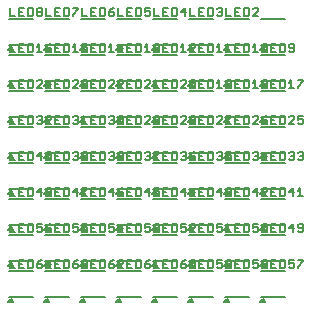
<source format=gbr>
G04 EAGLE Gerber RS-274X export*
G75*
%MOMM*%
%FSLAX34Y34*%
%LPD*%
%INSilkscreen Top*%
%IPPOS*%
%AMOC8*
5,1,8,0,0,1.08239X$1,22.5*%
G01*
%ADD10C,0.127000*%
%ADD11C,0.152400*%


D10*
X243680Y222680D02*
X223680Y222680D01*
X223680Y244680D02*
X243680Y244680D01*
X225680Y218680D02*
X222680Y218680D01*
X225680Y218680D02*
X226680Y218680D01*
X224680Y220680D01*
X222680Y218680D01*
X223680Y218680D01*
X224680Y219680D01*
X213200Y222680D02*
X193200Y222680D01*
X193200Y244680D02*
X213200Y244680D01*
X195200Y218680D02*
X192200Y218680D01*
X195200Y218680D02*
X196200Y218680D01*
X194200Y220680D01*
X192200Y218680D01*
X193200Y218680D01*
X194200Y219680D01*
D11*
X193962Y247442D02*
X193962Y254052D01*
X193962Y247442D02*
X198368Y247442D01*
X201446Y254052D02*
X205853Y254052D01*
X201446Y254052D02*
X201446Y247442D01*
X205853Y247442D01*
X203649Y250747D02*
X201446Y250747D01*
X208930Y254052D02*
X208930Y247442D01*
X212235Y247442D01*
X213337Y248544D01*
X213337Y252950D01*
X212235Y254052D01*
X208930Y254052D01*
X216414Y247442D02*
X220821Y247442D01*
X220821Y251848D02*
X216414Y247442D01*
X220821Y251848D02*
X220821Y252950D01*
X219719Y254052D01*
X217516Y254052D01*
X216414Y252950D01*
D10*
X182720Y222680D02*
X162720Y222680D01*
X162720Y244680D02*
X182720Y244680D01*
X164720Y218680D02*
X161720Y218680D01*
X164720Y218680D02*
X165720Y218680D01*
X163720Y220680D01*
X161720Y218680D01*
X162720Y218680D01*
X163720Y219680D01*
D11*
X163482Y247442D02*
X163482Y254052D01*
X163482Y247442D02*
X167888Y247442D01*
X170966Y254052D02*
X175373Y254052D01*
X170966Y254052D02*
X170966Y247442D01*
X175373Y247442D01*
X173169Y250747D02*
X170966Y250747D01*
X178450Y254052D02*
X178450Y247442D01*
X181755Y247442D01*
X182857Y248544D01*
X182857Y252950D01*
X181755Y254052D01*
X178450Y254052D01*
X185934Y252950D02*
X187036Y254052D01*
X189239Y254052D01*
X190341Y252950D01*
X190341Y251848D01*
X189239Y250747D01*
X188138Y250747D01*
X189239Y250747D02*
X190341Y249645D01*
X190341Y248544D01*
X189239Y247442D01*
X187036Y247442D01*
X185934Y248544D01*
D10*
X152240Y222680D02*
X132240Y222680D01*
X132240Y244680D02*
X152240Y244680D01*
X134240Y218680D02*
X131240Y218680D01*
X134240Y218680D02*
X135240Y218680D01*
X133240Y220680D01*
X131240Y218680D01*
X132240Y218680D01*
X133240Y219680D01*
D11*
X133002Y247442D02*
X133002Y254052D01*
X133002Y247442D02*
X137408Y247442D01*
X140486Y254052D02*
X144893Y254052D01*
X140486Y254052D02*
X140486Y247442D01*
X144893Y247442D01*
X142689Y250747D02*
X140486Y250747D01*
X147970Y254052D02*
X147970Y247442D01*
X151275Y247442D01*
X152377Y248544D01*
X152377Y252950D01*
X151275Y254052D01*
X147970Y254052D01*
X158759Y254052D02*
X158759Y247442D01*
X155454Y250747D02*
X158759Y254052D01*
X159861Y250747D02*
X155454Y250747D01*
D10*
X121760Y222680D02*
X101760Y222680D01*
X101760Y244680D02*
X121760Y244680D01*
X103760Y218680D02*
X100760Y218680D01*
X103760Y218680D02*
X104760Y218680D01*
X102760Y220680D01*
X100760Y218680D01*
X101760Y218680D01*
X102760Y219680D01*
D11*
X102522Y247442D02*
X102522Y254052D01*
X102522Y247442D02*
X106928Y247442D01*
X110006Y254052D02*
X114413Y254052D01*
X110006Y254052D02*
X110006Y247442D01*
X114413Y247442D01*
X112209Y250747D02*
X110006Y250747D01*
X117490Y254052D02*
X117490Y247442D01*
X120795Y247442D01*
X121897Y248544D01*
X121897Y252950D01*
X120795Y254052D01*
X117490Y254052D01*
X124974Y254052D02*
X129381Y254052D01*
X124974Y254052D02*
X124974Y250747D01*
X127178Y251848D01*
X128279Y251848D01*
X129381Y250747D01*
X129381Y248544D01*
X128279Y247442D01*
X126076Y247442D01*
X124974Y248544D01*
D10*
X91280Y222680D02*
X71280Y222680D01*
X71280Y244680D02*
X91280Y244680D01*
X73280Y218680D02*
X70280Y218680D01*
X73280Y218680D02*
X74280Y218680D01*
X72280Y220680D01*
X70280Y218680D01*
X71280Y218680D01*
X72280Y219680D01*
D11*
X72042Y247442D02*
X72042Y254052D01*
X72042Y247442D02*
X76448Y247442D01*
X79526Y254052D02*
X83933Y254052D01*
X79526Y254052D02*
X79526Y247442D01*
X83933Y247442D01*
X81729Y250747D02*
X79526Y250747D01*
X87010Y254052D02*
X87010Y247442D01*
X90315Y247442D01*
X91417Y248544D01*
X91417Y252950D01*
X90315Y254052D01*
X87010Y254052D01*
X96698Y252950D02*
X98901Y254052D01*
X96698Y252950D02*
X94494Y250747D01*
X94494Y248544D01*
X95596Y247442D01*
X97799Y247442D01*
X98901Y248544D01*
X98901Y249645D01*
X97799Y250747D01*
X94494Y250747D01*
D10*
X60800Y222680D02*
X40800Y222680D01*
X40800Y244680D02*
X60800Y244680D01*
X42800Y218680D02*
X39800Y218680D01*
X42800Y218680D02*
X43800Y218680D01*
X41800Y220680D01*
X39800Y218680D01*
X40800Y218680D01*
X41800Y219680D01*
D11*
X41562Y247442D02*
X41562Y254052D01*
X41562Y247442D02*
X45968Y247442D01*
X49046Y254052D02*
X53453Y254052D01*
X49046Y254052D02*
X49046Y247442D01*
X53453Y247442D01*
X51249Y250747D02*
X49046Y250747D01*
X56530Y254052D02*
X56530Y247442D01*
X59835Y247442D01*
X60937Y248544D01*
X60937Y252950D01*
X59835Y254052D01*
X56530Y254052D01*
X64014Y254052D02*
X68421Y254052D01*
X68421Y252950D01*
X64014Y248544D01*
X64014Y247442D01*
D10*
X30320Y222680D02*
X10320Y222680D01*
X10320Y244680D02*
X30320Y244680D01*
X12320Y218680D02*
X9320Y218680D01*
X12320Y218680D02*
X13320Y218680D01*
X11320Y220680D01*
X9320Y218680D01*
X10320Y218680D01*
X11320Y219680D01*
D11*
X11082Y247442D02*
X11082Y254052D01*
X11082Y247442D02*
X15488Y247442D01*
X18566Y254052D02*
X22973Y254052D01*
X18566Y254052D02*
X18566Y247442D01*
X22973Y247442D01*
X20769Y250747D02*
X18566Y250747D01*
X26050Y254052D02*
X26050Y247442D01*
X29355Y247442D01*
X30457Y248544D01*
X30457Y252950D01*
X29355Y254052D01*
X26050Y254052D01*
X33534Y252950D02*
X34636Y254052D01*
X36839Y254052D01*
X37941Y252950D01*
X37941Y251848D01*
X36839Y250747D01*
X37941Y249645D01*
X37941Y248544D01*
X36839Y247442D01*
X34636Y247442D01*
X33534Y248544D01*
X33534Y249645D01*
X34636Y250747D01*
X33534Y251848D01*
X33534Y252950D01*
X34636Y250747D02*
X36839Y250747D01*
D10*
X223680Y192200D02*
X243680Y192200D01*
X243680Y214200D02*
X223680Y214200D01*
X222680Y188200D02*
X225680Y188200D01*
X226680Y188200D01*
X224680Y190200D01*
X222680Y188200D01*
X223680Y188200D01*
X224680Y189200D01*
D11*
X224442Y216962D02*
X224442Y223572D01*
X224442Y216962D02*
X228848Y216962D01*
X231926Y223572D02*
X236333Y223572D01*
X231926Y223572D02*
X231926Y216962D01*
X236333Y216962D01*
X234129Y220267D02*
X231926Y220267D01*
X239410Y223572D02*
X239410Y216962D01*
X242715Y216962D01*
X243817Y218064D01*
X243817Y222470D01*
X242715Y223572D01*
X239410Y223572D01*
X246894Y218064D02*
X247996Y216962D01*
X250199Y216962D01*
X251301Y218064D01*
X251301Y222470D01*
X250199Y223572D01*
X247996Y223572D01*
X246894Y222470D01*
X246894Y221368D01*
X247996Y220267D01*
X251301Y220267D01*
D10*
X213200Y192200D02*
X193200Y192200D01*
X193200Y214200D02*
X213200Y214200D01*
X195200Y188200D02*
X192200Y188200D01*
X195200Y188200D02*
X196200Y188200D01*
X194200Y190200D01*
X192200Y188200D01*
X193200Y188200D01*
X194200Y189200D01*
D11*
X193962Y216962D02*
X193962Y223572D01*
X193962Y216962D02*
X198368Y216962D01*
X201446Y223572D02*
X205853Y223572D01*
X201446Y223572D02*
X201446Y216962D01*
X205853Y216962D01*
X203649Y220267D02*
X201446Y220267D01*
X208930Y223572D02*
X208930Y216962D01*
X212235Y216962D01*
X213337Y218064D01*
X213337Y222470D01*
X212235Y223572D01*
X208930Y223572D01*
X216414Y221368D02*
X218618Y223572D01*
X218618Y216962D01*
X220821Y216962D02*
X216414Y216962D01*
X223899Y218064D02*
X223899Y222470D01*
X225000Y223572D01*
X227203Y223572D01*
X228305Y222470D01*
X228305Y218064D01*
X227203Y216962D01*
X225000Y216962D01*
X223899Y218064D01*
X228305Y222470D01*
D10*
X182720Y192200D02*
X162720Y192200D01*
X162720Y214200D02*
X182720Y214200D01*
X164720Y188200D02*
X161720Y188200D01*
X164720Y188200D02*
X165720Y188200D01*
X163720Y190200D01*
X161720Y188200D01*
X162720Y188200D01*
X163720Y189200D01*
D11*
X163482Y216962D02*
X163482Y223572D01*
X163482Y216962D02*
X167888Y216962D01*
X170966Y223572D02*
X175373Y223572D01*
X170966Y223572D02*
X170966Y216962D01*
X175373Y216962D01*
X173169Y220267D02*
X170966Y220267D01*
X178450Y223572D02*
X178450Y216962D01*
X181755Y216962D01*
X182857Y218064D01*
X182857Y222470D01*
X181755Y223572D01*
X178450Y223572D01*
X185934Y221368D02*
X188138Y223572D01*
X188138Y216962D01*
X190341Y216962D02*
X185934Y216962D01*
X193419Y221368D02*
X195622Y223572D01*
X195622Y216962D01*
X193419Y216962D02*
X197825Y216962D01*
D10*
X152240Y192200D02*
X132240Y192200D01*
X132240Y214200D02*
X152240Y214200D01*
X134240Y188200D02*
X131240Y188200D01*
X134240Y188200D02*
X135240Y188200D01*
X133240Y190200D01*
X131240Y188200D01*
X132240Y188200D01*
X133240Y189200D01*
D11*
X133002Y216962D02*
X133002Y223572D01*
X133002Y216962D02*
X137408Y216962D01*
X140486Y223572D02*
X144893Y223572D01*
X140486Y223572D02*
X140486Y216962D01*
X144893Y216962D01*
X142689Y220267D02*
X140486Y220267D01*
X147970Y223572D02*
X147970Y216962D01*
X151275Y216962D01*
X152377Y218064D01*
X152377Y222470D01*
X151275Y223572D01*
X147970Y223572D01*
X155454Y221368D02*
X157658Y223572D01*
X157658Y216962D01*
X159861Y216962D02*
X155454Y216962D01*
X162939Y216962D02*
X167345Y216962D01*
X162939Y216962D02*
X167345Y221368D01*
X167345Y222470D01*
X166243Y223572D01*
X164040Y223572D01*
X162939Y222470D01*
D10*
X121760Y192200D02*
X101760Y192200D01*
X101760Y214200D02*
X121760Y214200D01*
X103760Y188200D02*
X100760Y188200D01*
X103760Y188200D02*
X104760Y188200D01*
X102760Y190200D01*
X100760Y188200D01*
X101760Y188200D01*
X102760Y189200D01*
D11*
X102522Y216962D02*
X102522Y223572D01*
X102522Y216962D02*
X106928Y216962D01*
X110006Y223572D02*
X114413Y223572D01*
X110006Y223572D02*
X110006Y216962D01*
X114413Y216962D01*
X112209Y220267D02*
X110006Y220267D01*
X117490Y223572D02*
X117490Y216962D01*
X120795Y216962D01*
X121897Y218064D01*
X121897Y222470D01*
X120795Y223572D01*
X117490Y223572D01*
X124974Y221368D02*
X127178Y223572D01*
X127178Y216962D01*
X129381Y216962D02*
X124974Y216962D01*
X132459Y222470D02*
X133560Y223572D01*
X135763Y223572D01*
X136865Y222470D01*
X136865Y221368D01*
X135763Y220267D01*
X134662Y220267D01*
X135763Y220267D02*
X136865Y219165D01*
X136865Y218064D01*
X135763Y216962D01*
X133560Y216962D01*
X132459Y218064D01*
D10*
X91280Y192200D02*
X71280Y192200D01*
X71280Y214200D02*
X91280Y214200D01*
X73280Y188200D02*
X70280Y188200D01*
X73280Y188200D02*
X74280Y188200D01*
X72280Y190200D01*
X70280Y188200D01*
X71280Y188200D01*
X72280Y189200D01*
D11*
X72042Y216962D02*
X72042Y223572D01*
X72042Y216962D02*
X76448Y216962D01*
X79526Y223572D02*
X83933Y223572D01*
X79526Y223572D02*
X79526Y216962D01*
X83933Y216962D01*
X81729Y220267D02*
X79526Y220267D01*
X87010Y223572D02*
X87010Y216962D01*
X90315Y216962D01*
X91417Y218064D01*
X91417Y222470D01*
X90315Y223572D01*
X87010Y223572D01*
X94494Y221368D02*
X96698Y223572D01*
X96698Y216962D01*
X98901Y216962D02*
X94494Y216962D01*
X105283Y216962D02*
X105283Y223572D01*
X101979Y220267D01*
X106385Y220267D01*
D10*
X60800Y192200D02*
X40800Y192200D01*
X40800Y214200D02*
X60800Y214200D01*
X42800Y188200D02*
X39800Y188200D01*
X42800Y188200D02*
X43800Y188200D01*
X41800Y190200D01*
X39800Y188200D01*
X40800Y188200D01*
X41800Y189200D01*
D11*
X41562Y216962D02*
X41562Y223572D01*
X41562Y216962D02*
X45968Y216962D01*
X49046Y223572D02*
X53453Y223572D01*
X49046Y223572D02*
X49046Y216962D01*
X53453Y216962D01*
X51249Y220267D02*
X49046Y220267D01*
X56530Y223572D02*
X56530Y216962D01*
X59835Y216962D01*
X60937Y218064D01*
X60937Y222470D01*
X59835Y223572D01*
X56530Y223572D01*
X64014Y221368D02*
X66218Y223572D01*
X66218Y216962D01*
X68421Y216962D02*
X64014Y216962D01*
X71499Y223572D02*
X75905Y223572D01*
X71499Y223572D02*
X71499Y220267D01*
X73702Y221368D01*
X74803Y221368D01*
X75905Y220267D01*
X75905Y218064D01*
X74803Y216962D01*
X72600Y216962D01*
X71499Y218064D01*
D10*
X30320Y192200D02*
X10320Y192200D01*
X10320Y214200D02*
X30320Y214200D01*
X12320Y188200D02*
X9320Y188200D01*
X12320Y188200D02*
X13320Y188200D01*
X11320Y190200D01*
X9320Y188200D01*
X10320Y188200D01*
X11320Y189200D01*
D11*
X11082Y216962D02*
X11082Y223572D01*
X11082Y216962D02*
X15488Y216962D01*
X18566Y223572D02*
X22973Y223572D01*
X18566Y223572D02*
X18566Y216962D01*
X22973Y216962D01*
X20769Y220267D02*
X18566Y220267D01*
X26050Y223572D02*
X26050Y216962D01*
X29355Y216962D01*
X30457Y218064D01*
X30457Y222470D01*
X29355Y223572D01*
X26050Y223572D01*
X33534Y221368D02*
X35738Y223572D01*
X35738Y216962D01*
X37941Y216962D02*
X33534Y216962D01*
X43222Y222470D02*
X45425Y223572D01*
X43222Y222470D02*
X41019Y220267D01*
X41019Y218064D01*
X42120Y216962D01*
X44323Y216962D01*
X45425Y218064D01*
X45425Y219165D01*
X44323Y220267D01*
X41019Y220267D01*
D10*
X223680Y161720D02*
X243680Y161720D01*
X243680Y183720D02*
X223680Y183720D01*
X222680Y157720D02*
X225680Y157720D01*
X226680Y157720D01*
X224680Y159720D01*
X222680Y157720D01*
X223680Y157720D01*
X224680Y158720D01*
D11*
X224442Y186482D02*
X224442Y193092D01*
X224442Y186482D02*
X228848Y186482D01*
X231926Y193092D02*
X236333Y193092D01*
X231926Y193092D02*
X231926Y186482D01*
X236333Y186482D01*
X234129Y189787D02*
X231926Y189787D01*
X239410Y193092D02*
X239410Y186482D01*
X242715Y186482D01*
X243817Y187584D01*
X243817Y191990D01*
X242715Y193092D01*
X239410Y193092D01*
X246894Y190888D02*
X249098Y193092D01*
X249098Y186482D01*
X251301Y186482D02*
X246894Y186482D01*
X254379Y193092D02*
X258785Y193092D01*
X258785Y191990D01*
X254379Y187584D01*
X254379Y186482D01*
D10*
X213200Y161720D02*
X193200Y161720D01*
X193200Y183720D02*
X213200Y183720D01*
X195200Y157720D02*
X192200Y157720D01*
X195200Y157720D02*
X196200Y157720D01*
X194200Y159720D01*
X192200Y157720D01*
X193200Y157720D01*
X194200Y158720D01*
D11*
X193962Y186482D02*
X193962Y193092D01*
X193962Y186482D02*
X198368Y186482D01*
X201446Y193092D02*
X205853Y193092D01*
X201446Y193092D02*
X201446Y186482D01*
X205853Y186482D01*
X203649Y189787D02*
X201446Y189787D01*
X208930Y193092D02*
X208930Y186482D01*
X212235Y186482D01*
X213337Y187584D01*
X213337Y191990D01*
X212235Y193092D01*
X208930Y193092D01*
X216414Y190888D02*
X218618Y193092D01*
X218618Y186482D01*
X220821Y186482D02*
X216414Y186482D01*
X223899Y191990D02*
X225000Y193092D01*
X227203Y193092D01*
X228305Y191990D01*
X228305Y190888D01*
X227203Y189787D01*
X228305Y188685D01*
X228305Y187584D01*
X227203Y186482D01*
X225000Y186482D01*
X223899Y187584D01*
X223899Y188685D01*
X225000Y189787D01*
X223899Y190888D01*
X223899Y191990D01*
X225000Y189787D02*
X227203Y189787D01*
D10*
X182720Y161720D02*
X162720Y161720D01*
X162720Y183720D02*
X182720Y183720D01*
X164720Y157720D02*
X161720Y157720D01*
X164720Y157720D02*
X165720Y157720D01*
X163720Y159720D01*
X161720Y157720D01*
X162720Y157720D01*
X163720Y158720D01*
D11*
X163482Y186482D02*
X163482Y193092D01*
X163482Y186482D02*
X167888Y186482D01*
X170966Y193092D02*
X175373Y193092D01*
X170966Y193092D02*
X170966Y186482D01*
X175373Y186482D01*
X173169Y189787D02*
X170966Y189787D01*
X178450Y193092D02*
X178450Y186482D01*
X181755Y186482D01*
X182857Y187584D01*
X182857Y191990D01*
X181755Y193092D01*
X178450Y193092D01*
X185934Y190888D02*
X188138Y193092D01*
X188138Y186482D01*
X190341Y186482D02*
X185934Y186482D01*
X193419Y187584D02*
X194520Y186482D01*
X196723Y186482D01*
X197825Y187584D01*
X197825Y191990D01*
X196723Y193092D01*
X194520Y193092D01*
X193419Y191990D01*
X193419Y190888D01*
X194520Y189787D01*
X197825Y189787D01*
D10*
X152240Y161720D02*
X132240Y161720D01*
X132240Y183720D02*
X152240Y183720D01*
X134240Y157720D02*
X131240Y157720D01*
X134240Y157720D02*
X135240Y157720D01*
X133240Y159720D01*
X131240Y157720D01*
X132240Y157720D01*
X133240Y158720D01*
D11*
X133002Y186482D02*
X133002Y193092D01*
X133002Y186482D02*
X137408Y186482D01*
X140486Y193092D02*
X144893Y193092D01*
X140486Y193092D02*
X140486Y186482D01*
X144893Y186482D01*
X142689Y189787D02*
X140486Y189787D01*
X147970Y193092D02*
X147970Y186482D01*
X151275Y186482D01*
X152377Y187584D01*
X152377Y191990D01*
X151275Y193092D01*
X147970Y193092D01*
X155454Y186482D02*
X159861Y186482D01*
X159861Y190888D02*
X155454Y186482D01*
X159861Y190888D02*
X159861Y191990D01*
X158759Y193092D01*
X156556Y193092D01*
X155454Y191990D01*
X162939Y191990D02*
X162939Y187584D01*
X162939Y191990D02*
X164040Y193092D01*
X166243Y193092D01*
X167345Y191990D01*
X167345Y187584D01*
X166243Y186482D01*
X164040Y186482D01*
X162939Y187584D01*
X167345Y191990D01*
D10*
X121760Y161720D02*
X101760Y161720D01*
X101760Y183720D02*
X121760Y183720D01*
X103760Y157720D02*
X100760Y157720D01*
X103760Y157720D02*
X104760Y157720D01*
X102760Y159720D01*
X100760Y157720D01*
X101760Y157720D01*
X102760Y158720D01*
D11*
X102522Y186482D02*
X102522Y193092D01*
X102522Y186482D02*
X106928Y186482D01*
X110006Y193092D02*
X114413Y193092D01*
X110006Y193092D02*
X110006Y186482D01*
X114413Y186482D01*
X112209Y189787D02*
X110006Y189787D01*
X117490Y193092D02*
X117490Y186482D01*
X120795Y186482D01*
X121897Y187584D01*
X121897Y191990D01*
X120795Y193092D01*
X117490Y193092D01*
X124974Y186482D02*
X129381Y186482D01*
X129381Y190888D02*
X124974Y186482D01*
X129381Y190888D02*
X129381Y191990D01*
X128279Y193092D01*
X126076Y193092D01*
X124974Y191990D01*
X132459Y190888D02*
X134662Y193092D01*
X134662Y186482D01*
X132459Y186482D02*
X136865Y186482D01*
D10*
X91280Y161720D02*
X71280Y161720D01*
X71280Y183720D02*
X91280Y183720D01*
X73280Y157720D02*
X70280Y157720D01*
X73280Y157720D02*
X74280Y157720D01*
X72280Y159720D01*
X70280Y157720D01*
X71280Y157720D01*
X72280Y158720D01*
D11*
X72042Y186482D02*
X72042Y193092D01*
X72042Y186482D02*
X76448Y186482D01*
X79526Y193092D02*
X83933Y193092D01*
X79526Y193092D02*
X79526Y186482D01*
X83933Y186482D01*
X81729Y189787D02*
X79526Y189787D01*
X87010Y193092D02*
X87010Y186482D01*
X90315Y186482D01*
X91417Y187584D01*
X91417Y191990D01*
X90315Y193092D01*
X87010Y193092D01*
X94494Y186482D02*
X98901Y186482D01*
X98901Y190888D02*
X94494Y186482D01*
X98901Y190888D02*
X98901Y191990D01*
X97799Y193092D01*
X95596Y193092D01*
X94494Y191990D01*
X101979Y186482D02*
X106385Y186482D01*
X101979Y186482D02*
X106385Y190888D01*
X106385Y191990D01*
X105283Y193092D01*
X103080Y193092D01*
X101979Y191990D01*
D10*
X60800Y161720D02*
X40800Y161720D01*
X40800Y183720D02*
X60800Y183720D01*
X42800Y157720D02*
X39800Y157720D01*
X42800Y157720D02*
X43800Y157720D01*
X41800Y159720D01*
X39800Y157720D01*
X40800Y157720D01*
X41800Y158720D01*
D11*
X41562Y186482D02*
X41562Y193092D01*
X41562Y186482D02*
X45968Y186482D01*
X49046Y193092D02*
X53453Y193092D01*
X49046Y193092D02*
X49046Y186482D01*
X53453Y186482D01*
X51249Y189787D02*
X49046Y189787D01*
X56530Y193092D02*
X56530Y186482D01*
X59835Y186482D01*
X60937Y187584D01*
X60937Y191990D01*
X59835Y193092D01*
X56530Y193092D01*
X64014Y186482D02*
X68421Y186482D01*
X68421Y190888D02*
X64014Y186482D01*
X68421Y190888D02*
X68421Y191990D01*
X67319Y193092D01*
X65116Y193092D01*
X64014Y191990D01*
X71499Y191990D02*
X72600Y193092D01*
X74803Y193092D01*
X75905Y191990D01*
X75905Y190888D01*
X74803Y189787D01*
X73702Y189787D01*
X74803Y189787D02*
X75905Y188685D01*
X75905Y187584D01*
X74803Y186482D01*
X72600Y186482D01*
X71499Y187584D01*
D10*
X30320Y161720D02*
X10320Y161720D01*
X10320Y183720D02*
X30320Y183720D01*
X12320Y157720D02*
X9320Y157720D01*
X12320Y157720D02*
X13320Y157720D01*
X11320Y159720D01*
X9320Y157720D01*
X10320Y157720D01*
X11320Y158720D01*
D11*
X11082Y186482D02*
X11082Y193092D01*
X11082Y186482D02*
X15488Y186482D01*
X18566Y193092D02*
X22973Y193092D01*
X18566Y193092D02*
X18566Y186482D01*
X22973Y186482D01*
X20769Y189787D02*
X18566Y189787D01*
X26050Y193092D02*
X26050Y186482D01*
X29355Y186482D01*
X30457Y187584D01*
X30457Y191990D01*
X29355Y193092D01*
X26050Y193092D01*
X33534Y186482D02*
X37941Y186482D01*
X37941Y190888D02*
X33534Y186482D01*
X37941Y190888D02*
X37941Y191990D01*
X36839Y193092D01*
X34636Y193092D01*
X33534Y191990D01*
X44323Y193092D02*
X44323Y186482D01*
X41019Y189787D02*
X44323Y193092D01*
X45425Y189787D02*
X41019Y189787D01*
D10*
X223680Y131240D02*
X243680Y131240D01*
X243680Y153240D02*
X223680Y153240D01*
X222680Y127240D02*
X225680Y127240D01*
X226680Y127240D01*
X224680Y129240D01*
X222680Y127240D01*
X223680Y127240D01*
X224680Y128240D01*
D11*
X224442Y156002D02*
X224442Y162612D01*
X224442Y156002D02*
X228848Y156002D01*
X231926Y162612D02*
X236333Y162612D01*
X231926Y162612D02*
X231926Y156002D01*
X236333Y156002D01*
X234129Y159307D02*
X231926Y159307D01*
X239410Y162612D02*
X239410Y156002D01*
X242715Y156002D01*
X243817Y157104D01*
X243817Y161510D01*
X242715Y162612D01*
X239410Y162612D01*
X246894Y156002D02*
X251301Y156002D01*
X251301Y160408D02*
X246894Y156002D01*
X251301Y160408D02*
X251301Y161510D01*
X250199Y162612D01*
X247996Y162612D01*
X246894Y161510D01*
X254379Y162612D02*
X258785Y162612D01*
X254379Y162612D02*
X254379Y159307D01*
X256582Y160408D01*
X257683Y160408D01*
X258785Y159307D01*
X258785Y157104D01*
X257683Y156002D01*
X255480Y156002D01*
X254379Y157104D01*
D10*
X213200Y131240D02*
X193200Y131240D01*
X193200Y153240D02*
X213200Y153240D01*
X195200Y127240D02*
X192200Y127240D01*
X195200Y127240D02*
X196200Y127240D01*
X194200Y129240D01*
X192200Y127240D01*
X193200Y127240D01*
X194200Y128240D01*
D11*
X193962Y156002D02*
X193962Y162612D01*
X193962Y156002D02*
X198368Y156002D01*
X201446Y162612D02*
X205853Y162612D01*
X201446Y162612D02*
X201446Y156002D01*
X205853Y156002D01*
X203649Y159307D02*
X201446Y159307D01*
X208930Y162612D02*
X208930Y156002D01*
X212235Y156002D01*
X213337Y157104D01*
X213337Y161510D01*
X212235Y162612D01*
X208930Y162612D01*
X216414Y156002D02*
X220821Y156002D01*
X220821Y160408D02*
X216414Y156002D01*
X220821Y160408D02*
X220821Y161510D01*
X219719Y162612D01*
X217516Y162612D01*
X216414Y161510D01*
X226102Y161510D02*
X228305Y162612D01*
X226102Y161510D02*
X223899Y159307D01*
X223899Y157104D01*
X225000Y156002D01*
X227203Y156002D01*
X228305Y157104D01*
X228305Y158205D01*
X227203Y159307D01*
X223899Y159307D01*
D10*
X182720Y131240D02*
X162720Y131240D01*
X162720Y153240D02*
X182720Y153240D01*
X164720Y127240D02*
X161720Y127240D01*
X164720Y127240D02*
X165720Y127240D01*
X163720Y129240D01*
X161720Y127240D01*
X162720Y127240D01*
X163720Y128240D01*
D11*
X163482Y156002D02*
X163482Y162612D01*
X163482Y156002D02*
X167888Y156002D01*
X170966Y162612D02*
X175373Y162612D01*
X170966Y162612D02*
X170966Y156002D01*
X175373Y156002D01*
X173169Y159307D02*
X170966Y159307D01*
X178450Y162612D02*
X178450Y156002D01*
X181755Y156002D01*
X182857Y157104D01*
X182857Y161510D01*
X181755Y162612D01*
X178450Y162612D01*
X185934Y156002D02*
X190341Y156002D01*
X190341Y160408D02*
X185934Y156002D01*
X190341Y160408D02*
X190341Y161510D01*
X189239Y162612D01*
X187036Y162612D01*
X185934Y161510D01*
X193419Y162612D02*
X197825Y162612D01*
X197825Y161510D01*
X193419Y157104D01*
X193419Y156002D01*
D10*
X152240Y131240D02*
X132240Y131240D01*
X132240Y153240D02*
X152240Y153240D01*
X134240Y127240D02*
X131240Y127240D01*
X134240Y127240D02*
X135240Y127240D01*
X133240Y129240D01*
X131240Y127240D01*
X132240Y127240D01*
X133240Y128240D01*
D11*
X133002Y156002D02*
X133002Y162612D01*
X133002Y156002D02*
X137408Y156002D01*
X140486Y162612D02*
X144893Y162612D01*
X140486Y162612D02*
X140486Y156002D01*
X144893Y156002D01*
X142689Y159307D02*
X140486Y159307D01*
X147970Y162612D02*
X147970Y156002D01*
X151275Y156002D01*
X152377Y157104D01*
X152377Y161510D01*
X151275Y162612D01*
X147970Y162612D01*
X155454Y156002D02*
X159861Y156002D01*
X159861Y160408D02*
X155454Y156002D01*
X159861Y160408D02*
X159861Y161510D01*
X158759Y162612D01*
X156556Y162612D01*
X155454Y161510D01*
X162939Y161510D02*
X164040Y162612D01*
X166243Y162612D01*
X167345Y161510D01*
X167345Y160408D01*
X166243Y159307D01*
X167345Y158205D01*
X167345Y157104D01*
X166243Y156002D01*
X164040Y156002D01*
X162939Y157104D01*
X162939Y158205D01*
X164040Y159307D01*
X162939Y160408D01*
X162939Y161510D01*
X164040Y159307D02*
X166243Y159307D01*
D10*
X121760Y131240D02*
X101760Y131240D01*
X101760Y153240D02*
X121760Y153240D01*
X103760Y127240D02*
X100760Y127240D01*
X103760Y127240D02*
X104760Y127240D01*
X102760Y129240D01*
X100760Y127240D01*
X101760Y127240D01*
X102760Y128240D01*
D11*
X102522Y156002D02*
X102522Y162612D01*
X102522Y156002D02*
X106928Y156002D01*
X110006Y162612D02*
X114413Y162612D01*
X110006Y162612D02*
X110006Y156002D01*
X114413Y156002D01*
X112209Y159307D02*
X110006Y159307D01*
X117490Y162612D02*
X117490Y156002D01*
X120795Y156002D01*
X121897Y157104D01*
X121897Y161510D01*
X120795Y162612D01*
X117490Y162612D01*
X124974Y156002D02*
X129381Y156002D01*
X129381Y160408D02*
X124974Y156002D01*
X129381Y160408D02*
X129381Y161510D01*
X128279Y162612D01*
X126076Y162612D01*
X124974Y161510D01*
X132459Y157104D02*
X133560Y156002D01*
X135763Y156002D01*
X136865Y157104D01*
X136865Y161510D01*
X135763Y162612D01*
X133560Y162612D01*
X132459Y161510D01*
X132459Y160408D01*
X133560Y159307D01*
X136865Y159307D01*
D10*
X91280Y131240D02*
X71280Y131240D01*
X71280Y153240D02*
X91280Y153240D01*
X73280Y127240D02*
X70280Y127240D01*
X73280Y127240D02*
X74280Y127240D01*
X72280Y129240D01*
X70280Y127240D01*
X71280Y127240D01*
X72280Y128240D01*
D11*
X72042Y156002D02*
X72042Y162612D01*
X72042Y156002D02*
X76448Y156002D01*
X79526Y162612D02*
X83933Y162612D01*
X79526Y162612D02*
X79526Y156002D01*
X83933Y156002D01*
X81729Y159307D02*
X79526Y159307D01*
X87010Y162612D02*
X87010Y156002D01*
X90315Y156002D01*
X91417Y157104D01*
X91417Y161510D01*
X90315Y162612D01*
X87010Y162612D01*
X94494Y161510D02*
X95596Y162612D01*
X97799Y162612D01*
X98901Y161510D01*
X98901Y160408D01*
X97799Y159307D01*
X96698Y159307D01*
X97799Y159307D02*
X98901Y158205D01*
X98901Y157104D01*
X97799Y156002D01*
X95596Y156002D01*
X94494Y157104D01*
X101979Y157104D02*
X101979Y161510D01*
X103080Y162612D01*
X105283Y162612D01*
X106385Y161510D01*
X106385Y157104D01*
X105283Y156002D01*
X103080Y156002D01*
X101979Y157104D01*
X106385Y161510D01*
D10*
X60800Y131240D02*
X40800Y131240D01*
X40800Y153240D02*
X60800Y153240D01*
X42800Y127240D02*
X39800Y127240D01*
X42800Y127240D02*
X43800Y127240D01*
X41800Y129240D01*
X39800Y127240D01*
X40800Y127240D01*
X41800Y128240D01*
D11*
X41562Y156002D02*
X41562Y162612D01*
X41562Y156002D02*
X45968Y156002D01*
X49046Y162612D02*
X53453Y162612D01*
X49046Y162612D02*
X49046Y156002D01*
X53453Y156002D01*
X51249Y159307D02*
X49046Y159307D01*
X56530Y162612D02*
X56530Y156002D01*
X59835Y156002D01*
X60937Y157104D01*
X60937Y161510D01*
X59835Y162612D01*
X56530Y162612D01*
X64014Y161510D02*
X65116Y162612D01*
X67319Y162612D01*
X68421Y161510D01*
X68421Y160408D01*
X67319Y159307D01*
X66218Y159307D01*
X67319Y159307D02*
X68421Y158205D01*
X68421Y157104D01*
X67319Y156002D01*
X65116Y156002D01*
X64014Y157104D01*
X71499Y160408D02*
X73702Y162612D01*
X73702Y156002D01*
X71499Y156002D02*
X75905Y156002D01*
D10*
X30320Y131240D02*
X10320Y131240D01*
X10320Y153240D02*
X30320Y153240D01*
X12320Y127240D02*
X9320Y127240D01*
X12320Y127240D02*
X13320Y127240D01*
X11320Y129240D01*
X9320Y127240D01*
X10320Y127240D01*
X11320Y128240D01*
D11*
X11082Y156002D02*
X11082Y162612D01*
X11082Y156002D02*
X15488Y156002D01*
X18566Y162612D02*
X22973Y162612D01*
X18566Y162612D02*
X18566Y156002D01*
X22973Y156002D01*
X20769Y159307D02*
X18566Y159307D01*
X26050Y162612D02*
X26050Y156002D01*
X29355Y156002D01*
X30457Y157104D01*
X30457Y161510D01*
X29355Y162612D01*
X26050Y162612D01*
X33534Y161510D02*
X34636Y162612D01*
X36839Y162612D01*
X37941Y161510D01*
X37941Y160408D01*
X36839Y159307D01*
X35738Y159307D01*
X36839Y159307D02*
X37941Y158205D01*
X37941Y157104D01*
X36839Y156002D01*
X34636Y156002D01*
X33534Y157104D01*
X41019Y156002D02*
X45425Y156002D01*
X41019Y156002D02*
X45425Y160408D01*
X45425Y161510D01*
X44323Y162612D01*
X42120Y162612D01*
X41019Y161510D01*
D10*
X223680Y100760D02*
X243680Y100760D01*
X243680Y122760D02*
X223680Y122760D01*
X222680Y96760D02*
X225680Y96760D01*
X226680Y96760D01*
X224680Y98760D01*
X222680Y96760D01*
X223680Y96760D01*
X224680Y97760D01*
D11*
X224442Y125522D02*
X224442Y132132D01*
X224442Y125522D02*
X228848Y125522D01*
X231926Y132132D02*
X236333Y132132D01*
X231926Y132132D02*
X231926Y125522D01*
X236333Y125522D01*
X234129Y128827D02*
X231926Y128827D01*
X239410Y132132D02*
X239410Y125522D01*
X242715Y125522D01*
X243817Y126624D01*
X243817Y131030D01*
X242715Y132132D01*
X239410Y132132D01*
X246894Y131030D02*
X247996Y132132D01*
X250199Y132132D01*
X251301Y131030D01*
X251301Y129928D01*
X250199Y128827D01*
X249098Y128827D01*
X250199Y128827D02*
X251301Y127725D01*
X251301Y126624D01*
X250199Y125522D01*
X247996Y125522D01*
X246894Y126624D01*
X254379Y131030D02*
X255480Y132132D01*
X257683Y132132D01*
X258785Y131030D01*
X258785Y129928D01*
X257683Y128827D01*
X256582Y128827D01*
X257683Y128827D02*
X258785Y127725D01*
X258785Y126624D01*
X257683Y125522D01*
X255480Y125522D01*
X254379Y126624D01*
D10*
X213200Y100760D02*
X193200Y100760D01*
X193200Y122760D02*
X213200Y122760D01*
X195200Y96760D02*
X192200Y96760D01*
X195200Y96760D02*
X196200Y96760D01*
X194200Y98760D01*
X192200Y96760D01*
X193200Y96760D01*
X194200Y97760D01*
D11*
X193962Y125522D02*
X193962Y132132D01*
X193962Y125522D02*
X198368Y125522D01*
X201446Y132132D02*
X205853Y132132D01*
X201446Y132132D02*
X201446Y125522D01*
X205853Y125522D01*
X203649Y128827D02*
X201446Y128827D01*
X208930Y132132D02*
X208930Y125522D01*
X212235Y125522D01*
X213337Y126624D01*
X213337Y131030D01*
X212235Y132132D01*
X208930Y132132D01*
X216414Y131030D02*
X217516Y132132D01*
X219719Y132132D01*
X220821Y131030D01*
X220821Y129928D01*
X219719Y128827D01*
X218618Y128827D01*
X219719Y128827D02*
X220821Y127725D01*
X220821Y126624D01*
X219719Y125522D01*
X217516Y125522D01*
X216414Y126624D01*
X227203Y125522D02*
X227203Y132132D01*
X223899Y128827D01*
X228305Y128827D01*
D10*
X182720Y100760D02*
X162720Y100760D01*
X162720Y122760D02*
X182720Y122760D01*
X164720Y96760D02*
X161720Y96760D01*
X164720Y96760D02*
X165720Y96760D01*
X163720Y98760D01*
X161720Y96760D01*
X162720Y96760D01*
X163720Y97760D01*
D11*
X163482Y125522D02*
X163482Y132132D01*
X163482Y125522D02*
X167888Y125522D01*
X170966Y132132D02*
X175373Y132132D01*
X170966Y132132D02*
X170966Y125522D01*
X175373Y125522D01*
X173169Y128827D02*
X170966Y128827D01*
X178450Y132132D02*
X178450Y125522D01*
X181755Y125522D01*
X182857Y126624D01*
X182857Y131030D01*
X181755Y132132D01*
X178450Y132132D01*
X185934Y131030D02*
X187036Y132132D01*
X189239Y132132D01*
X190341Y131030D01*
X190341Y129928D01*
X189239Y128827D01*
X188138Y128827D01*
X189239Y128827D02*
X190341Y127725D01*
X190341Y126624D01*
X189239Y125522D01*
X187036Y125522D01*
X185934Y126624D01*
X193419Y132132D02*
X197825Y132132D01*
X193419Y132132D02*
X193419Y128827D01*
X195622Y129928D01*
X196723Y129928D01*
X197825Y128827D01*
X197825Y126624D01*
X196723Y125522D01*
X194520Y125522D01*
X193419Y126624D01*
D10*
X152240Y100760D02*
X132240Y100760D01*
X132240Y122760D02*
X152240Y122760D01*
X134240Y96760D02*
X131240Y96760D01*
X134240Y96760D02*
X135240Y96760D01*
X133240Y98760D01*
X131240Y96760D01*
X132240Y96760D01*
X133240Y97760D01*
D11*
X133002Y125522D02*
X133002Y132132D01*
X133002Y125522D02*
X137408Y125522D01*
X140486Y132132D02*
X144893Y132132D01*
X140486Y132132D02*
X140486Y125522D01*
X144893Y125522D01*
X142689Y128827D02*
X140486Y128827D01*
X147970Y132132D02*
X147970Y125522D01*
X151275Y125522D01*
X152377Y126624D01*
X152377Y131030D01*
X151275Y132132D01*
X147970Y132132D01*
X155454Y131030D02*
X156556Y132132D01*
X158759Y132132D01*
X159861Y131030D01*
X159861Y129928D01*
X158759Y128827D01*
X157658Y128827D01*
X158759Y128827D02*
X159861Y127725D01*
X159861Y126624D01*
X158759Y125522D01*
X156556Y125522D01*
X155454Y126624D01*
X165142Y131030D02*
X167345Y132132D01*
X165142Y131030D02*
X162939Y128827D01*
X162939Y126624D01*
X164040Y125522D01*
X166243Y125522D01*
X167345Y126624D01*
X167345Y127725D01*
X166243Y128827D01*
X162939Y128827D01*
D10*
X121760Y100760D02*
X101760Y100760D01*
X101760Y122760D02*
X121760Y122760D01*
X103760Y96760D02*
X100760Y96760D01*
X103760Y96760D02*
X104760Y96760D01*
X102760Y98760D01*
X100760Y96760D01*
X101760Y96760D01*
X102760Y97760D01*
D11*
X102522Y125522D02*
X102522Y132132D01*
X102522Y125522D02*
X106928Y125522D01*
X110006Y132132D02*
X114413Y132132D01*
X110006Y132132D02*
X110006Y125522D01*
X114413Y125522D01*
X112209Y128827D02*
X110006Y128827D01*
X117490Y132132D02*
X117490Y125522D01*
X120795Y125522D01*
X121897Y126624D01*
X121897Y131030D01*
X120795Y132132D01*
X117490Y132132D01*
X124974Y131030D02*
X126076Y132132D01*
X128279Y132132D01*
X129381Y131030D01*
X129381Y129928D01*
X128279Y128827D01*
X127178Y128827D01*
X128279Y128827D02*
X129381Y127725D01*
X129381Y126624D01*
X128279Y125522D01*
X126076Y125522D01*
X124974Y126624D01*
X132459Y132132D02*
X136865Y132132D01*
X136865Y131030D01*
X132459Y126624D01*
X132459Y125522D01*
D10*
X91280Y100760D02*
X71280Y100760D01*
X71280Y122760D02*
X91280Y122760D01*
X73280Y96760D02*
X70280Y96760D01*
X73280Y96760D02*
X74280Y96760D01*
X72280Y98760D01*
X70280Y96760D01*
X71280Y96760D01*
X72280Y97760D01*
D11*
X72042Y125522D02*
X72042Y132132D01*
X72042Y125522D02*
X76448Y125522D01*
X79526Y132132D02*
X83933Y132132D01*
X79526Y132132D02*
X79526Y125522D01*
X83933Y125522D01*
X81729Y128827D02*
X79526Y128827D01*
X87010Y132132D02*
X87010Y125522D01*
X90315Y125522D01*
X91417Y126624D01*
X91417Y131030D01*
X90315Y132132D01*
X87010Y132132D01*
X94494Y131030D02*
X95596Y132132D01*
X97799Y132132D01*
X98901Y131030D01*
X98901Y129928D01*
X97799Y128827D01*
X96698Y128827D01*
X97799Y128827D02*
X98901Y127725D01*
X98901Y126624D01*
X97799Y125522D01*
X95596Y125522D01*
X94494Y126624D01*
X101979Y131030D02*
X103080Y132132D01*
X105283Y132132D01*
X106385Y131030D01*
X106385Y129928D01*
X105283Y128827D01*
X106385Y127725D01*
X106385Y126624D01*
X105283Y125522D01*
X103080Y125522D01*
X101979Y126624D01*
X101979Y127725D01*
X103080Y128827D01*
X101979Y129928D01*
X101979Y131030D01*
X103080Y128827D02*
X105283Y128827D01*
D10*
X60800Y100760D02*
X40800Y100760D01*
X40800Y122760D02*
X60800Y122760D01*
X42800Y96760D02*
X39800Y96760D01*
X42800Y96760D02*
X43800Y96760D01*
X41800Y98760D01*
X39800Y96760D01*
X40800Y96760D01*
X41800Y97760D01*
D11*
X41562Y125522D02*
X41562Y132132D01*
X41562Y125522D02*
X45968Y125522D01*
X49046Y132132D02*
X53453Y132132D01*
X49046Y132132D02*
X49046Y125522D01*
X53453Y125522D01*
X51249Y128827D02*
X49046Y128827D01*
X56530Y132132D02*
X56530Y125522D01*
X59835Y125522D01*
X60937Y126624D01*
X60937Y131030D01*
X59835Y132132D01*
X56530Y132132D01*
X64014Y131030D02*
X65116Y132132D01*
X67319Y132132D01*
X68421Y131030D01*
X68421Y129928D01*
X67319Y128827D01*
X66218Y128827D01*
X67319Y128827D02*
X68421Y127725D01*
X68421Y126624D01*
X67319Y125522D01*
X65116Y125522D01*
X64014Y126624D01*
X71499Y126624D02*
X72600Y125522D01*
X74803Y125522D01*
X75905Y126624D01*
X75905Y131030D01*
X74803Y132132D01*
X72600Y132132D01*
X71499Y131030D01*
X71499Y129928D01*
X72600Y128827D01*
X75905Y128827D01*
D10*
X30320Y100760D02*
X10320Y100760D01*
X10320Y122760D02*
X30320Y122760D01*
X12320Y96760D02*
X9320Y96760D01*
X12320Y96760D02*
X13320Y96760D01*
X11320Y98760D01*
X9320Y96760D01*
X10320Y96760D01*
X11320Y97760D01*
D11*
X11082Y125522D02*
X11082Y132132D01*
X11082Y125522D02*
X15488Y125522D01*
X18566Y132132D02*
X22973Y132132D01*
X18566Y132132D02*
X18566Y125522D01*
X22973Y125522D01*
X20769Y128827D02*
X18566Y128827D01*
X26050Y132132D02*
X26050Y125522D01*
X29355Y125522D01*
X30457Y126624D01*
X30457Y131030D01*
X29355Y132132D01*
X26050Y132132D01*
X36839Y132132D02*
X36839Y125522D01*
X33534Y128827D02*
X36839Y132132D01*
X37941Y128827D02*
X33534Y128827D01*
X41019Y126624D02*
X41019Y131030D01*
X42120Y132132D01*
X44323Y132132D01*
X45425Y131030D01*
X45425Y126624D01*
X44323Y125522D01*
X42120Y125522D01*
X41019Y126624D01*
X45425Y131030D01*
D10*
X223680Y70280D02*
X243680Y70280D01*
X243680Y92280D02*
X223680Y92280D01*
X222680Y66280D02*
X225680Y66280D01*
X226680Y66280D01*
X224680Y68280D01*
X222680Y66280D01*
X223680Y66280D01*
X224680Y67280D01*
D11*
X224442Y95042D02*
X224442Y101652D01*
X224442Y95042D02*
X228848Y95042D01*
X231926Y101652D02*
X236333Y101652D01*
X231926Y101652D02*
X231926Y95042D01*
X236333Y95042D01*
X234129Y98347D02*
X231926Y98347D01*
X239410Y101652D02*
X239410Y95042D01*
X242715Y95042D01*
X243817Y96144D01*
X243817Y100550D01*
X242715Y101652D01*
X239410Y101652D01*
X250199Y101652D02*
X250199Y95042D01*
X246894Y98347D02*
X250199Y101652D01*
X251301Y98347D02*
X246894Y98347D01*
X254379Y99448D02*
X256582Y101652D01*
X256582Y95042D01*
X254379Y95042D02*
X258785Y95042D01*
D10*
X213200Y70280D02*
X193200Y70280D01*
X193200Y92280D02*
X213200Y92280D01*
X195200Y66280D02*
X192200Y66280D01*
X195200Y66280D02*
X196200Y66280D01*
X194200Y68280D01*
X192200Y66280D01*
X193200Y66280D01*
X194200Y67280D01*
D11*
X193962Y95042D02*
X193962Y101652D01*
X193962Y95042D02*
X198368Y95042D01*
X201446Y101652D02*
X205853Y101652D01*
X201446Y101652D02*
X201446Y95042D01*
X205853Y95042D01*
X203649Y98347D02*
X201446Y98347D01*
X208930Y101652D02*
X208930Y95042D01*
X212235Y95042D01*
X213337Y96144D01*
X213337Y100550D01*
X212235Y101652D01*
X208930Y101652D01*
X219719Y101652D02*
X219719Y95042D01*
X216414Y98347D02*
X219719Y101652D01*
X220821Y98347D02*
X216414Y98347D01*
X223899Y95042D02*
X228305Y95042D01*
X223899Y95042D02*
X228305Y99448D01*
X228305Y100550D01*
X227203Y101652D01*
X225000Y101652D01*
X223899Y100550D01*
D10*
X182720Y70280D02*
X162720Y70280D01*
X162720Y92280D02*
X182720Y92280D01*
X164720Y66280D02*
X161720Y66280D01*
X164720Y66280D02*
X165720Y66280D01*
X163720Y68280D01*
X161720Y66280D01*
X162720Y66280D01*
X163720Y67280D01*
D11*
X163482Y95042D02*
X163482Y101652D01*
X163482Y95042D02*
X167888Y95042D01*
X170966Y101652D02*
X175373Y101652D01*
X170966Y101652D02*
X170966Y95042D01*
X175373Y95042D01*
X173169Y98347D02*
X170966Y98347D01*
X178450Y101652D02*
X178450Y95042D01*
X181755Y95042D01*
X182857Y96144D01*
X182857Y100550D01*
X181755Y101652D01*
X178450Y101652D01*
X189239Y101652D02*
X189239Y95042D01*
X185934Y98347D02*
X189239Y101652D01*
X190341Y98347D02*
X185934Y98347D01*
X193419Y100550D02*
X194520Y101652D01*
X196723Y101652D01*
X197825Y100550D01*
X197825Y99448D01*
X196723Y98347D01*
X195622Y98347D01*
X196723Y98347D02*
X197825Y97245D01*
X197825Y96144D01*
X196723Y95042D01*
X194520Y95042D01*
X193419Y96144D01*
D10*
X152240Y70280D02*
X132240Y70280D01*
X132240Y92280D02*
X152240Y92280D01*
X134240Y66280D02*
X131240Y66280D01*
X134240Y66280D02*
X135240Y66280D01*
X133240Y68280D01*
X131240Y66280D01*
X132240Y66280D01*
X133240Y67280D01*
D11*
X133002Y95042D02*
X133002Y101652D01*
X133002Y95042D02*
X137408Y95042D01*
X140486Y101652D02*
X144893Y101652D01*
X140486Y101652D02*
X140486Y95042D01*
X144893Y95042D01*
X142689Y98347D02*
X140486Y98347D01*
X147970Y101652D02*
X147970Y95042D01*
X151275Y95042D01*
X152377Y96144D01*
X152377Y100550D01*
X151275Y101652D01*
X147970Y101652D01*
X158759Y101652D02*
X158759Y95042D01*
X155454Y98347D02*
X158759Y101652D01*
X159861Y98347D02*
X155454Y98347D01*
X166243Y95042D02*
X166243Y101652D01*
X162939Y98347D01*
X167345Y98347D01*
D10*
X121760Y70280D02*
X101760Y70280D01*
X101760Y92280D02*
X121760Y92280D01*
X103760Y66280D02*
X100760Y66280D01*
X103760Y66280D02*
X104760Y66280D01*
X102760Y68280D01*
X100760Y66280D01*
X101760Y66280D01*
X102760Y67280D01*
D11*
X102522Y95042D02*
X102522Y101652D01*
X102522Y95042D02*
X106928Y95042D01*
X110006Y101652D02*
X114413Y101652D01*
X110006Y101652D02*
X110006Y95042D01*
X114413Y95042D01*
X112209Y98347D02*
X110006Y98347D01*
X117490Y101652D02*
X117490Y95042D01*
X120795Y95042D01*
X121897Y96144D01*
X121897Y100550D01*
X120795Y101652D01*
X117490Y101652D01*
X128279Y101652D02*
X128279Y95042D01*
X124974Y98347D02*
X128279Y101652D01*
X129381Y98347D02*
X124974Y98347D01*
X132459Y101652D02*
X136865Y101652D01*
X132459Y101652D02*
X132459Y98347D01*
X134662Y99448D01*
X135763Y99448D01*
X136865Y98347D01*
X136865Y96144D01*
X135763Y95042D01*
X133560Y95042D01*
X132459Y96144D01*
D10*
X91280Y70280D02*
X71280Y70280D01*
X71280Y92280D02*
X91280Y92280D01*
X73280Y66280D02*
X70280Y66280D01*
X73280Y66280D02*
X74280Y66280D01*
X72280Y68280D01*
X70280Y66280D01*
X71280Y66280D01*
X72280Y67280D01*
D11*
X72042Y95042D02*
X72042Y101652D01*
X72042Y95042D02*
X76448Y95042D01*
X79526Y101652D02*
X83933Y101652D01*
X79526Y101652D02*
X79526Y95042D01*
X83933Y95042D01*
X81729Y98347D02*
X79526Y98347D01*
X87010Y101652D02*
X87010Y95042D01*
X90315Y95042D01*
X91417Y96144D01*
X91417Y100550D01*
X90315Y101652D01*
X87010Y101652D01*
X97799Y101652D02*
X97799Y95042D01*
X94494Y98347D02*
X97799Y101652D01*
X98901Y98347D02*
X94494Y98347D01*
X104182Y100550D02*
X106385Y101652D01*
X104182Y100550D02*
X101979Y98347D01*
X101979Y96144D01*
X103080Y95042D01*
X105283Y95042D01*
X106385Y96144D01*
X106385Y97245D01*
X105283Y98347D01*
X101979Y98347D01*
D10*
X60800Y70280D02*
X40800Y70280D01*
X40800Y92280D02*
X60800Y92280D01*
X42800Y66280D02*
X39800Y66280D01*
X42800Y66280D02*
X43800Y66280D01*
X41800Y68280D01*
X39800Y66280D01*
X40800Y66280D01*
X41800Y67280D01*
D11*
X41562Y95042D02*
X41562Y101652D01*
X41562Y95042D02*
X45968Y95042D01*
X49046Y101652D02*
X53453Y101652D01*
X49046Y101652D02*
X49046Y95042D01*
X53453Y95042D01*
X51249Y98347D02*
X49046Y98347D01*
X56530Y101652D02*
X56530Y95042D01*
X59835Y95042D01*
X60937Y96144D01*
X60937Y100550D01*
X59835Y101652D01*
X56530Y101652D01*
X67319Y101652D02*
X67319Y95042D01*
X64014Y98347D02*
X67319Y101652D01*
X68421Y98347D02*
X64014Y98347D01*
X71499Y101652D02*
X75905Y101652D01*
X75905Y100550D01*
X71499Y96144D01*
X71499Y95042D01*
D10*
X30320Y70280D02*
X10320Y70280D01*
X10320Y92280D02*
X30320Y92280D01*
X12320Y66280D02*
X9320Y66280D01*
X12320Y66280D02*
X13320Y66280D01*
X11320Y68280D01*
X9320Y66280D01*
X10320Y66280D01*
X11320Y67280D01*
D11*
X11082Y95042D02*
X11082Y101652D01*
X11082Y95042D02*
X15488Y95042D01*
X18566Y101652D02*
X22973Y101652D01*
X18566Y101652D02*
X18566Y95042D01*
X22973Y95042D01*
X20769Y98347D02*
X18566Y98347D01*
X26050Y101652D02*
X26050Y95042D01*
X29355Y95042D01*
X30457Y96144D01*
X30457Y100550D01*
X29355Y101652D01*
X26050Y101652D01*
X36839Y101652D02*
X36839Y95042D01*
X33534Y98347D02*
X36839Y101652D01*
X37941Y98347D02*
X33534Y98347D01*
X41019Y100550D02*
X42120Y101652D01*
X44323Y101652D01*
X45425Y100550D01*
X45425Y99448D01*
X44323Y98347D01*
X45425Y97245D01*
X45425Y96144D01*
X44323Y95042D01*
X42120Y95042D01*
X41019Y96144D01*
X41019Y97245D01*
X42120Y98347D01*
X41019Y99448D01*
X41019Y100550D01*
X42120Y98347D02*
X44323Y98347D01*
D10*
X223680Y39800D02*
X243680Y39800D01*
X243680Y61800D02*
X223680Y61800D01*
X222680Y35800D02*
X225680Y35800D01*
X226680Y35800D01*
X224680Y37800D01*
X222680Y35800D01*
X223680Y35800D01*
X224680Y36800D01*
D11*
X224442Y64562D02*
X224442Y71172D01*
X224442Y64562D02*
X228848Y64562D01*
X231926Y71172D02*
X236333Y71172D01*
X231926Y71172D02*
X231926Y64562D01*
X236333Y64562D01*
X234129Y67867D02*
X231926Y67867D01*
X239410Y71172D02*
X239410Y64562D01*
X242715Y64562D01*
X243817Y65664D01*
X243817Y70070D01*
X242715Y71172D01*
X239410Y71172D01*
X250199Y71172D02*
X250199Y64562D01*
X246894Y67867D02*
X250199Y71172D01*
X251301Y67867D02*
X246894Y67867D01*
X254379Y65664D02*
X255480Y64562D01*
X257683Y64562D01*
X258785Y65664D01*
X258785Y70070D01*
X257683Y71172D01*
X255480Y71172D01*
X254379Y70070D01*
X254379Y68968D01*
X255480Y67867D01*
X258785Y67867D01*
D10*
X213200Y39800D02*
X193200Y39800D01*
X193200Y61800D02*
X213200Y61800D01*
X195200Y35800D02*
X192200Y35800D01*
X195200Y35800D02*
X196200Y35800D01*
X194200Y37800D01*
X192200Y35800D01*
X193200Y35800D01*
X194200Y36800D01*
D11*
X193962Y64562D02*
X193962Y71172D01*
X193962Y64562D02*
X198368Y64562D01*
X201446Y71172D02*
X205853Y71172D01*
X201446Y71172D02*
X201446Y64562D01*
X205853Y64562D01*
X203649Y67867D02*
X201446Y67867D01*
X208930Y71172D02*
X208930Y64562D01*
X212235Y64562D01*
X213337Y65664D01*
X213337Y70070D01*
X212235Y71172D01*
X208930Y71172D01*
X216414Y71172D02*
X220821Y71172D01*
X216414Y71172D02*
X216414Y67867D01*
X218618Y68968D01*
X219719Y68968D01*
X220821Y67867D01*
X220821Y65664D01*
X219719Y64562D01*
X217516Y64562D01*
X216414Y65664D01*
X223899Y65664D02*
X223899Y70070D01*
X225000Y71172D01*
X227203Y71172D01*
X228305Y70070D01*
X228305Y65664D01*
X227203Y64562D01*
X225000Y64562D01*
X223899Y65664D01*
X228305Y70070D01*
D10*
X182720Y39800D02*
X162720Y39800D01*
X162720Y61800D02*
X182720Y61800D01*
X164720Y35800D02*
X161720Y35800D01*
X164720Y35800D02*
X165720Y35800D01*
X163720Y37800D01*
X161720Y35800D01*
X162720Y35800D01*
X163720Y36800D01*
D11*
X163482Y64562D02*
X163482Y71172D01*
X163482Y64562D02*
X167888Y64562D01*
X170966Y71172D02*
X175373Y71172D01*
X170966Y71172D02*
X170966Y64562D01*
X175373Y64562D01*
X173169Y67867D02*
X170966Y67867D01*
X178450Y71172D02*
X178450Y64562D01*
X181755Y64562D01*
X182857Y65664D01*
X182857Y70070D01*
X181755Y71172D01*
X178450Y71172D01*
X185934Y71172D02*
X190341Y71172D01*
X185934Y71172D02*
X185934Y67867D01*
X188138Y68968D01*
X189239Y68968D01*
X190341Y67867D01*
X190341Y65664D01*
X189239Y64562D01*
X187036Y64562D01*
X185934Y65664D01*
X193419Y68968D02*
X195622Y71172D01*
X195622Y64562D01*
X193419Y64562D02*
X197825Y64562D01*
D10*
X152240Y39800D02*
X132240Y39800D01*
X132240Y61800D02*
X152240Y61800D01*
X134240Y35800D02*
X131240Y35800D01*
X134240Y35800D02*
X135240Y35800D01*
X133240Y37800D01*
X131240Y35800D01*
X132240Y35800D01*
X133240Y36800D01*
D11*
X133002Y64562D02*
X133002Y71172D01*
X133002Y64562D02*
X137408Y64562D01*
X140486Y71172D02*
X144893Y71172D01*
X140486Y71172D02*
X140486Y64562D01*
X144893Y64562D01*
X142689Y67867D02*
X140486Y67867D01*
X147970Y71172D02*
X147970Y64562D01*
X151275Y64562D01*
X152377Y65664D01*
X152377Y70070D01*
X151275Y71172D01*
X147970Y71172D01*
X155454Y71172D02*
X159861Y71172D01*
X155454Y71172D02*
X155454Y67867D01*
X157658Y68968D01*
X158759Y68968D01*
X159861Y67867D01*
X159861Y65664D01*
X158759Y64562D01*
X156556Y64562D01*
X155454Y65664D01*
X162939Y64562D02*
X167345Y64562D01*
X162939Y64562D02*
X167345Y68968D01*
X167345Y70070D01*
X166243Y71172D01*
X164040Y71172D01*
X162939Y70070D01*
D10*
X121760Y39800D02*
X101760Y39800D01*
X101760Y61800D02*
X121760Y61800D01*
X103760Y35800D02*
X100760Y35800D01*
X103760Y35800D02*
X104760Y35800D01*
X102760Y37800D01*
X100760Y35800D01*
X101760Y35800D01*
X102760Y36800D01*
D11*
X102522Y64562D02*
X102522Y71172D01*
X102522Y64562D02*
X106928Y64562D01*
X110006Y71172D02*
X114413Y71172D01*
X110006Y71172D02*
X110006Y64562D01*
X114413Y64562D01*
X112209Y67867D02*
X110006Y67867D01*
X117490Y71172D02*
X117490Y64562D01*
X120795Y64562D01*
X121897Y65664D01*
X121897Y70070D01*
X120795Y71172D01*
X117490Y71172D01*
X124974Y71172D02*
X129381Y71172D01*
X124974Y71172D02*
X124974Y67867D01*
X127178Y68968D01*
X128279Y68968D01*
X129381Y67867D01*
X129381Y65664D01*
X128279Y64562D01*
X126076Y64562D01*
X124974Y65664D01*
X132459Y70070D02*
X133560Y71172D01*
X135763Y71172D01*
X136865Y70070D01*
X136865Y68968D01*
X135763Y67867D01*
X134662Y67867D01*
X135763Y67867D02*
X136865Y66765D01*
X136865Y65664D01*
X135763Y64562D01*
X133560Y64562D01*
X132459Y65664D01*
D10*
X91280Y39800D02*
X71280Y39800D01*
X71280Y61800D02*
X91280Y61800D01*
X73280Y35800D02*
X70280Y35800D01*
X73280Y35800D02*
X74280Y35800D01*
X72280Y37800D01*
X70280Y35800D01*
X71280Y35800D01*
X72280Y36800D01*
D11*
X72042Y64562D02*
X72042Y71172D01*
X72042Y64562D02*
X76448Y64562D01*
X79526Y71172D02*
X83933Y71172D01*
X79526Y71172D02*
X79526Y64562D01*
X83933Y64562D01*
X81729Y67867D02*
X79526Y67867D01*
X87010Y71172D02*
X87010Y64562D01*
X90315Y64562D01*
X91417Y65664D01*
X91417Y70070D01*
X90315Y71172D01*
X87010Y71172D01*
X94494Y71172D02*
X98901Y71172D01*
X94494Y71172D02*
X94494Y67867D01*
X96698Y68968D01*
X97799Y68968D01*
X98901Y67867D01*
X98901Y65664D01*
X97799Y64562D01*
X95596Y64562D01*
X94494Y65664D01*
X105283Y64562D02*
X105283Y71172D01*
X101979Y67867D01*
X106385Y67867D01*
D10*
X60800Y39800D02*
X40800Y39800D01*
X40800Y61800D02*
X60800Y61800D01*
X42800Y35800D02*
X39800Y35800D01*
X42800Y35800D02*
X43800Y35800D01*
X41800Y37800D01*
X39800Y35800D01*
X40800Y35800D01*
X41800Y36800D01*
D11*
X41562Y64562D02*
X41562Y71172D01*
X41562Y64562D02*
X45968Y64562D01*
X49046Y71172D02*
X53453Y71172D01*
X49046Y71172D02*
X49046Y64562D01*
X53453Y64562D01*
X51249Y67867D02*
X49046Y67867D01*
X56530Y71172D02*
X56530Y64562D01*
X59835Y64562D01*
X60937Y65664D01*
X60937Y70070D01*
X59835Y71172D01*
X56530Y71172D01*
X64014Y71172D02*
X68421Y71172D01*
X64014Y71172D02*
X64014Y67867D01*
X66218Y68968D01*
X67319Y68968D01*
X68421Y67867D01*
X68421Y65664D01*
X67319Y64562D01*
X65116Y64562D01*
X64014Y65664D01*
X71499Y71172D02*
X75905Y71172D01*
X71499Y71172D02*
X71499Y67867D01*
X73702Y68968D01*
X74803Y68968D01*
X75905Y67867D01*
X75905Y65664D01*
X74803Y64562D01*
X72600Y64562D01*
X71499Y65664D01*
D10*
X30320Y39800D02*
X10320Y39800D01*
X10320Y61800D02*
X30320Y61800D01*
X12320Y35800D02*
X9320Y35800D01*
X12320Y35800D02*
X13320Y35800D01*
X11320Y37800D01*
X9320Y35800D01*
X10320Y35800D01*
X11320Y36800D01*
D11*
X11082Y64562D02*
X11082Y71172D01*
X11082Y64562D02*
X15488Y64562D01*
X18566Y71172D02*
X22973Y71172D01*
X18566Y71172D02*
X18566Y64562D01*
X22973Y64562D01*
X20769Y67867D02*
X18566Y67867D01*
X26050Y71172D02*
X26050Y64562D01*
X29355Y64562D01*
X30457Y65664D01*
X30457Y70070D01*
X29355Y71172D01*
X26050Y71172D01*
X33534Y71172D02*
X37941Y71172D01*
X33534Y71172D02*
X33534Y67867D01*
X35738Y68968D01*
X36839Y68968D01*
X37941Y67867D01*
X37941Y65664D01*
X36839Y64562D01*
X34636Y64562D01*
X33534Y65664D01*
X43222Y70070D02*
X45425Y71172D01*
X43222Y70070D02*
X41019Y67867D01*
X41019Y65664D01*
X42120Y64562D01*
X44323Y64562D01*
X45425Y65664D01*
X45425Y66765D01*
X44323Y67867D01*
X41019Y67867D01*
D10*
X223680Y9320D02*
X243680Y9320D01*
X243680Y31320D02*
X223680Y31320D01*
X222680Y5320D02*
X225680Y5320D01*
X226680Y5320D01*
X224680Y7320D01*
X222680Y5320D01*
X223680Y5320D01*
X224680Y6320D01*
D11*
X224442Y34082D02*
X224442Y40692D01*
X224442Y34082D02*
X228848Y34082D01*
X231926Y40692D02*
X236333Y40692D01*
X231926Y40692D02*
X231926Y34082D01*
X236333Y34082D01*
X234129Y37387D02*
X231926Y37387D01*
X239410Y40692D02*
X239410Y34082D01*
X242715Y34082D01*
X243817Y35184D01*
X243817Y39590D01*
X242715Y40692D01*
X239410Y40692D01*
X246894Y40692D02*
X251301Y40692D01*
X246894Y40692D02*
X246894Y37387D01*
X249098Y38488D01*
X250199Y38488D01*
X251301Y37387D01*
X251301Y35184D01*
X250199Y34082D01*
X247996Y34082D01*
X246894Y35184D01*
X254379Y40692D02*
X258785Y40692D01*
X258785Y39590D01*
X254379Y35184D01*
X254379Y34082D01*
D10*
X213200Y9320D02*
X193200Y9320D01*
X193200Y31320D02*
X213200Y31320D01*
X195200Y5320D02*
X192200Y5320D01*
X195200Y5320D02*
X196200Y5320D01*
X194200Y7320D01*
X192200Y5320D01*
X193200Y5320D01*
X194200Y6320D01*
D11*
X193962Y34082D02*
X193962Y40692D01*
X193962Y34082D02*
X198368Y34082D01*
X201446Y40692D02*
X205853Y40692D01*
X201446Y40692D02*
X201446Y34082D01*
X205853Y34082D01*
X203649Y37387D02*
X201446Y37387D01*
X208930Y40692D02*
X208930Y34082D01*
X212235Y34082D01*
X213337Y35184D01*
X213337Y39590D01*
X212235Y40692D01*
X208930Y40692D01*
X216414Y40692D02*
X220821Y40692D01*
X216414Y40692D02*
X216414Y37387D01*
X218618Y38488D01*
X219719Y38488D01*
X220821Y37387D01*
X220821Y35184D01*
X219719Y34082D01*
X217516Y34082D01*
X216414Y35184D01*
X223899Y39590D02*
X225000Y40692D01*
X227203Y40692D01*
X228305Y39590D01*
X228305Y38488D01*
X227203Y37387D01*
X228305Y36285D01*
X228305Y35184D01*
X227203Y34082D01*
X225000Y34082D01*
X223899Y35184D01*
X223899Y36285D01*
X225000Y37387D01*
X223899Y38488D01*
X223899Y39590D01*
X225000Y37387D02*
X227203Y37387D01*
D10*
X182720Y9320D02*
X162720Y9320D01*
X162720Y31320D02*
X182720Y31320D01*
X164720Y5320D02*
X161720Y5320D01*
X164720Y5320D02*
X165720Y5320D01*
X163720Y7320D01*
X161720Y5320D01*
X162720Y5320D01*
X163720Y6320D01*
D11*
X163482Y34082D02*
X163482Y40692D01*
X163482Y34082D02*
X167888Y34082D01*
X170966Y40692D02*
X175373Y40692D01*
X170966Y40692D02*
X170966Y34082D01*
X175373Y34082D01*
X173169Y37387D02*
X170966Y37387D01*
X178450Y40692D02*
X178450Y34082D01*
X181755Y34082D01*
X182857Y35184D01*
X182857Y39590D01*
X181755Y40692D01*
X178450Y40692D01*
X185934Y40692D02*
X190341Y40692D01*
X185934Y40692D02*
X185934Y37387D01*
X188138Y38488D01*
X189239Y38488D01*
X190341Y37387D01*
X190341Y35184D01*
X189239Y34082D01*
X187036Y34082D01*
X185934Y35184D01*
X193419Y35184D02*
X194520Y34082D01*
X196723Y34082D01*
X197825Y35184D01*
X197825Y39590D01*
X196723Y40692D01*
X194520Y40692D01*
X193419Y39590D01*
X193419Y38488D01*
X194520Y37387D01*
X197825Y37387D01*
D10*
X152240Y9320D02*
X132240Y9320D01*
X132240Y31320D02*
X152240Y31320D01*
X134240Y5320D02*
X131240Y5320D01*
X134240Y5320D02*
X135240Y5320D01*
X133240Y7320D01*
X131240Y5320D01*
X132240Y5320D01*
X133240Y6320D01*
D11*
X133002Y34082D02*
X133002Y40692D01*
X133002Y34082D02*
X137408Y34082D01*
X140486Y40692D02*
X144893Y40692D01*
X140486Y40692D02*
X140486Y34082D01*
X144893Y34082D01*
X142689Y37387D02*
X140486Y37387D01*
X147970Y40692D02*
X147970Y34082D01*
X151275Y34082D01*
X152377Y35184D01*
X152377Y39590D01*
X151275Y40692D01*
X147970Y40692D01*
X157658Y39590D02*
X159861Y40692D01*
X157658Y39590D02*
X155454Y37387D01*
X155454Y35184D01*
X156556Y34082D01*
X158759Y34082D01*
X159861Y35184D01*
X159861Y36285D01*
X158759Y37387D01*
X155454Y37387D01*
X162939Y35184D02*
X162939Y39590D01*
X164040Y40692D01*
X166243Y40692D01*
X167345Y39590D01*
X167345Y35184D01*
X166243Y34082D01*
X164040Y34082D01*
X162939Y35184D01*
X167345Y39590D01*
D10*
X121760Y9320D02*
X101760Y9320D01*
X101760Y31320D02*
X121760Y31320D01*
X103760Y5320D02*
X100760Y5320D01*
X103760Y5320D02*
X104760Y5320D01*
X102760Y7320D01*
X100760Y5320D01*
X101760Y5320D01*
X102760Y6320D01*
D11*
X102522Y34082D02*
X102522Y40692D01*
X102522Y34082D02*
X106928Y34082D01*
X110006Y40692D02*
X114413Y40692D01*
X110006Y40692D02*
X110006Y34082D01*
X114413Y34082D01*
X112209Y37387D02*
X110006Y37387D01*
X117490Y40692D02*
X117490Y34082D01*
X120795Y34082D01*
X121897Y35184D01*
X121897Y39590D01*
X120795Y40692D01*
X117490Y40692D01*
X127178Y39590D02*
X129381Y40692D01*
X127178Y39590D02*
X124974Y37387D01*
X124974Y35184D01*
X126076Y34082D01*
X128279Y34082D01*
X129381Y35184D01*
X129381Y36285D01*
X128279Y37387D01*
X124974Y37387D01*
X132459Y38488D02*
X134662Y40692D01*
X134662Y34082D01*
X132459Y34082D02*
X136865Y34082D01*
D10*
X91280Y9320D02*
X71280Y9320D01*
X71280Y31320D02*
X91280Y31320D01*
X73280Y5320D02*
X70280Y5320D01*
X73280Y5320D02*
X74280Y5320D01*
X72280Y7320D01*
X70280Y5320D01*
X71280Y5320D01*
X72280Y6320D01*
D11*
X72042Y34082D02*
X72042Y40692D01*
X72042Y34082D02*
X76448Y34082D01*
X79526Y40692D02*
X83933Y40692D01*
X79526Y40692D02*
X79526Y34082D01*
X83933Y34082D01*
X81729Y37387D02*
X79526Y37387D01*
X87010Y40692D02*
X87010Y34082D01*
X90315Y34082D01*
X91417Y35184D01*
X91417Y39590D01*
X90315Y40692D01*
X87010Y40692D01*
X96698Y39590D02*
X98901Y40692D01*
X96698Y39590D02*
X94494Y37387D01*
X94494Y35184D01*
X95596Y34082D01*
X97799Y34082D01*
X98901Y35184D01*
X98901Y36285D01*
X97799Y37387D01*
X94494Y37387D01*
X101979Y34082D02*
X106385Y34082D01*
X101979Y34082D02*
X106385Y38488D01*
X106385Y39590D01*
X105283Y40692D01*
X103080Y40692D01*
X101979Y39590D01*
D10*
X60800Y9320D02*
X40800Y9320D01*
X40800Y31320D02*
X60800Y31320D01*
X42800Y5320D02*
X39800Y5320D01*
X42800Y5320D02*
X43800Y5320D01*
X41800Y7320D01*
X39800Y5320D01*
X40800Y5320D01*
X41800Y6320D01*
D11*
X41562Y34082D02*
X41562Y40692D01*
X41562Y34082D02*
X45968Y34082D01*
X49046Y40692D02*
X53453Y40692D01*
X49046Y40692D02*
X49046Y34082D01*
X53453Y34082D01*
X51249Y37387D02*
X49046Y37387D01*
X56530Y40692D02*
X56530Y34082D01*
X59835Y34082D01*
X60937Y35184D01*
X60937Y39590D01*
X59835Y40692D01*
X56530Y40692D01*
X66218Y39590D02*
X68421Y40692D01*
X66218Y39590D02*
X64014Y37387D01*
X64014Y35184D01*
X65116Y34082D01*
X67319Y34082D01*
X68421Y35184D01*
X68421Y36285D01*
X67319Y37387D01*
X64014Y37387D01*
X71499Y39590D02*
X72600Y40692D01*
X74803Y40692D01*
X75905Y39590D01*
X75905Y38488D01*
X74803Y37387D01*
X73702Y37387D01*
X74803Y37387D02*
X75905Y36285D01*
X75905Y35184D01*
X74803Y34082D01*
X72600Y34082D01*
X71499Y35184D01*
D10*
X30320Y9320D02*
X10320Y9320D01*
X10320Y31320D02*
X30320Y31320D01*
X12320Y5320D02*
X9320Y5320D01*
X12320Y5320D02*
X13320Y5320D01*
X11320Y7320D01*
X9320Y5320D01*
X10320Y5320D01*
X11320Y6320D01*
D11*
X11082Y34082D02*
X11082Y40692D01*
X11082Y34082D02*
X15488Y34082D01*
X18566Y40692D02*
X22973Y40692D01*
X18566Y40692D02*
X18566Y34082D01*
X22973Y34082D01*
X20769Y37387D02*
X18566Y37387D01*
X26050Y40692D02*
X26050Y34082D01*
X29355Y34082D01*
X30457Y35184D01*
X30457Y39590D01*
X29355Y40692D01*
X26050Y40692D01*
X35738Y39590D02*
X37941Y40692D01*
X35738Y39590D02*
X33534Y37387D01*
X33534Y35184D01*
X34636Y34082D01*
X36839Y34082D01*
X37941Y35184D01*
X37941Y36285D01*
X36839Y37387D01*
X33534Y37387D01*
X44323Y34082D02*
X44323Y40692D01*
X41019Y37387D01*
X45425Y37387D01*
M02*

</source>
